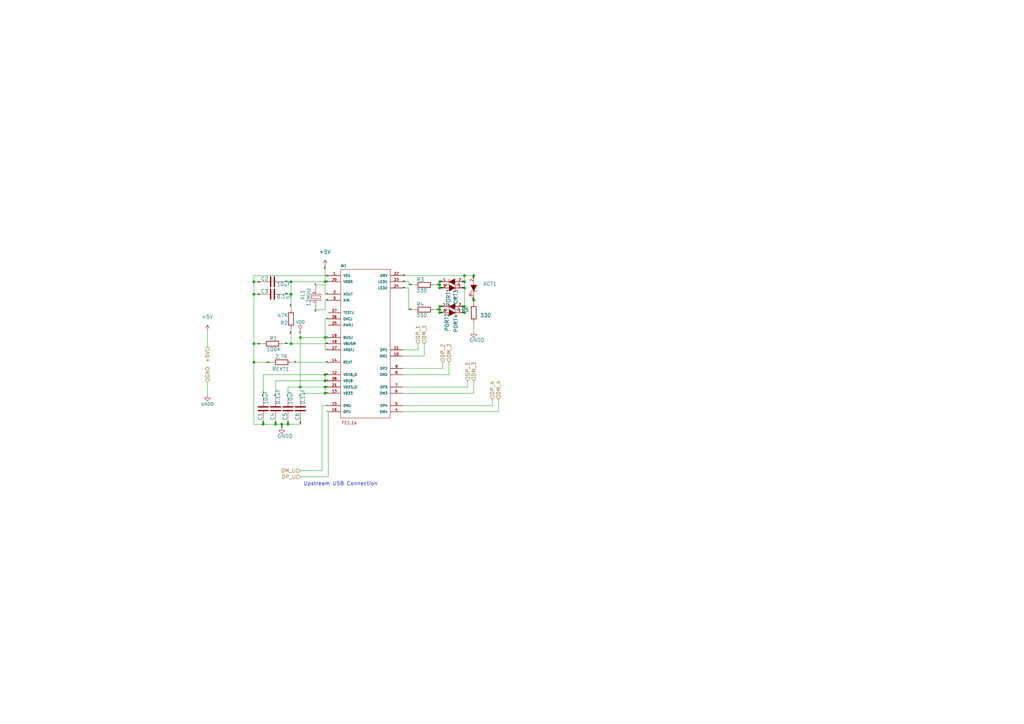
<source format=kicad_sch>
(kicad_sch (version 20230121) (generator eeschema)
  (paper "A3")
  (title_block (title "RH025.1.sch") (date "24 SEP 2016"))
  (lib_symbols
    (symbol "VESC_Card_Backplane-rescue:+5V" (power) (pin_names (offset 0))
      (property "Value" "+5V" (at 0 3.556 0))
      (symbol "+5V_0_1"
        (polyline (pts (xy -0.762 1.27) (xy 0 2.54)))
        (polyline (pts (xy 0 0) (xy 0 2.54)))
        (polyline (pts (xy 0 2.54) (xy 0.762 1.27)))
      )
      (symbol "+5V_1_1"
        (pin power_in line (at 0 0 90) (length 0) hide (name "+5V") (number "1"))
      )
    )
    (symbol "VESC_Card_Backplane-rescue:C" (pin_numbers hide) (pin_names (offset 0.254))
      (property "Reference" "C" (at 0.635 2.54 0))
      (property "Value" "C" (at 0.635 -2.54 0))
      (symbol "C_0_1"
        (polyline (pts (xy -2.032 -0.762) (xy 2.032 -0.762)) (stroke (width 0.508)))
        (polyline (pts (xy -2.032 0.762) (xy 2.032 0.762)) (stroke (width 0.508)))
      )
      (symbol "C_1_1"
        (pin passive line (at 0 3.81 270) (length 2.794) (name "~") (number "1"))
        (pin passive line (at 0 -3.81 90) (length 2.794) (name "~") (number "2"))
      )
    )
    (symbol "VESC_Card_Backplane-rescue:FE1.1S" (pin_names (offset 1.016))
      (property "Reference" "M" (at -10.16 31.242 0))
      (symbol "FE1.1S_1_0"
        (polyline (pts (xy -10.16 -30.48) (xy -10.16 30.48)))
        (polyline (pts (xy -10.16 30.48) (xy 10.16 30.48)))
        (polyline (pts (xy 10.16 -30.48) (xy -10.16 -30.48)))
        (polyline (pts (xy 10.16 30.48) (xy 10.16 -30.48)))
        (text "FE1.1s" (at -6.6548 -32.4104 0) (effects (font (size 1.2192 1.2192))))
      )
      (symbol "FE1.1S_1_1"
        (pin bidirectional line (at -15.24 27.94 0) (length 5.08) (name "VSS") (number "1"))
        (pin bidirectional line (at 15.24 -5.08 180) (length 5.08) (name "DM1") (number "10"))
        (pin bidirectional line (at 15.24 -2.54 180) (length 5.08) (name "DP1") (number "11"))
        (pin bidirectional line (at -15.24 -12.7 0) (length 5.08) (name "VD18_O") (number "12"))
        (pin bidirectional line (at -15.24 -20.32 0) (length 5.08) (name "VD33") (number "13"))
        (pin bidirectional line (at -15.24 -7.62 0) (length 5.08) (name "REXT") (number "14"))
        (pin bidirectional line (at -15.24 -25.4 0) (length 5.08) (name "DMU") (number "15"))
        (pin bidirectional line (at -15.24 -27.94 0) (length 5.08) (name "DPU") (number "16"))
        (pin bidirectional line (at -15.24 -2.54 0) (length 5.08) (name "XRSTJ") (number "17"))
        (pin bidirectional line (at -15.24 0 0) (length 5.08) (name "VBUSM") (number "18"))
        (pin bidirectional line (at -15.24 2.54 0) (length 5.08) (name "BUSJ") (number "19"))
        (pin bidirectional line (at -15.24 20.32 0) (length 5.08) (name "XOUT") (number "2"))
        (pin bidirectional line (at -15.24 25.4 0) (length 5.08) (name "VDD5") (number "20"))
        (pin bidirectional line (at -15.24 -17.78 0) (length 5.08) (name "VD33_O") (number "21"))
        (pin bidirectional line (at 15.24 27.94 180) (length 5.08) (name "DRV") (number "22"))
        (pin bidirectional line (at 15.24 25.4 180) (length 5.08) (name "LED1") (number "23"))
        (pin bidirectional line (at 15.24 22.86 180) (length 5.08) (name "LED2") (number "24"))
        (pin bidirectional line (at -15.24 7.62 0) (length 5.08) (name "PWRJ") (number "25"))
        (pin bidirectional line (at -15.24 10.16 0) (length 5.08) (name "OVCJ") (number "26"))
        (pin bidirectional line (at -15.24 12.7 0) (length 5.08) (name "TESTJ") (number "27"))
        (pin bidirectional line (at -15.24 -15.24 0) (length 5.08) (name "VD18") (number "28"))
        (pin bidirectional line (at -15.24 17.78 0) (length 5.08) (name "XIN") (number "3"))
        (pin bidirectional line (at 15.24 -27.94 180) (length 5.08) (name "DM4") (number "4"))
        (pin bidirectional line (at 15.24 -25.4 180) (length 5.08) (name "DP4") (number "5"))
        (pin bidirectional line (at 15.24 -20.32 180) (length 5.08) (name "DM3") (number "6"))
        (pin bidirectional line (at 15.24 -17.78 180) (length 5.08) (name "DP3") (number "7"))
        (pin bidirectional line (at 15.24 -12.7 180) (length 5.08) (name "DM2") (number "8"))
        (pin bidirectional line (at 15.24 -10.16 180) (length 5.08) (name "DP2") (number "9"))
      )
    )
    (symbol "VESC_Card_Backplane-rescue:GNDD" (power) (pin_names (offset 0))
      (property "Value" "GNDD" (at 0 -3.81 0))
      (symbol "GNDD_0_1"
        (polyline (pts (xy 0 0) (xy 0 -1.27) (xy 1.27 -1.27) (xy 0 -2.54) (xy -1.27 -1.27) (xy 0 -1.27)))
      )
      (symbol "GNDD_1_1"
        (pin power_in line (at 0 0 270) (length 0) hide (name "GNDD") (number "1"))
      )
    )
    (symbol "VESC_Card_Backplane-rescue:LED" (pin_names (offset 1.016) hide)
      (property "Reference" "D" (at 0 2.54 0))
      (property "Value" "LED" (at 0 -2.54 0))
      (symbol "LED_0_1"
        (polyline (pts (xy -1.27 1.27) (xy -1.27 -1.27)))
        (polyline (pts (xy -2.032 -0.635) (xy -3.175 -1.651) (xy -3.048 -1.016)))
        (polyline (pts (xy -1.651 -1.016) (xy -2.794 -2.032) (xy -2.667 -1.397)))
        (polyline (pts (xy 1.27 1.27) (xy -1.27 0) (xy 1.27 -1.27)) (fill (type outline)))
      )
      (symbol "LED_1_1"
        (pin passive line (at -5.08 0 0) (length 3.81) (name "K") (number "1"))
        (pin passive line (at 5.08 0 180) (length 3.81) (name "A") (number "2"))
      )
    )
    (symbol "VESC_Card_Backplane-rescue:R" (pin_numbers hide) (pin_names (offset 0))
      (property "Reference" "R" (at 2.032 0 90))
      (property "Value" "R" (at 0 0 90))
      (symbol "R_0_1"
        (rectangle (start -1.016 -2.54) (end 1.016 2.54) (stroke (width 0.254)))
      )
      (symbol "R_1_1"
        (pin passive line (at 0 3.81 270) (length 1.27) (name "~") (number "1"))
        (pin passive line (at 0 -3.81 90) (length 1.27) (name "~") (number "2"))
      )
    )
    (symbol "VESC_Card_Backplane-rescue:VDD" (power) (pin_names (offset 0))
      (property "Value" "VDD" (at 0 3.81 0))
      (symbol "VDD_0_1"
        (polyline (pts (xy 0 0) (xy 0 1.27)))
        (circle (center 0 1.905) (radius 0.635))
      )
      (symbol "VDD_1_1"
        (pin power_in line (at 0 0 90) (length 0) hide (name "VDD") (number "1"))
      )
    )
    (symbol "VESC_Card_Backplane-rescue:XTAL_1" (pin_numbers hide) (pin_names (offset 1.016) hide)
      (property "Reference" "X" (at -5.588 0.381 0))
      (property "Value" "XTAL_1" (at 0 3.81 0))
      (symbol "XTAL_1_1_0"
        (polyline (pts (xy -2.54 0) (xy -1.27 0)))
        (polyline (pts (xy -1.27 0) (xy -1.27 -2.54)))
        (polyline (pts (xy -1.27 2.54) (xy -1.27 0)))
        (polyline (pts (xy -0.635 -1.905) (xy 0.635 -1.905)))
        (polyline (pts (xy -0.635 1.905) (xy -0.635 -1.905)))
        (polyline (pts (xy 0.635 -1.905) (xy 0.635 1.905)))
        (polyline (pts (xy 0.635 1.905) (xy -0.635 1.905)))
        (polyline (pts (xy 1.27 0) (xy 1.27 -2.54)))
        (polyline (pts (xy 1.27 0) (xy 2.54 0)))
        (polyline (pts (xy 1.27 2.54) (xy 1.27 0)))
        (text "1" (at -1.8288 -0.7874 0) (effects (font (size 0.6858 0.6858))))
        (text "2" (at 1.8542 -0.7874 0) (effects (font (size 0.6858 0.6858))))
      )
      (symbol "XTAL_1_1_1"
        (pin passive line (at -5.08 0 0) (length 2.54) (name "1") (number "1"))
        (pin passive line (at 5.08 0 180) (length 2.54) (name "2") (number "2"))
      )
    )
  )
  (junction (at 107.95 173.99))
  (junction (at 115.57 173.99))
  (junction (at 133.35 153.67))
  (junction (at 190.5 125.73))
  (junction (at 123.19 158.75))
  (junction (at 190.5 128.27))
  (junction (at 180.34 127))
  (junction (at 133.35 138.43))
  (junction (at 180.34 118.11))
  (junction (at 133.35 156.21))
  (junction (at 104.14 140.97))
  (junction (at 180.34 128.27))
  (junction (at 104.14 120.65))
  (junction (at 133.35 115.57))
  (junction (at 133.35 161.29))
  (junction (at 118.11 173.99))
  (junction (at 194.31 123.19))
  (junction (at 119.38 140.97))
  (junction (at 180.34 115.57))
  (junction (at 119.38 120.65))
  (junction (at 180.34 116.84))
  (junction (at 190.5 118.11))
  (junction (at 113.03 173.99))
  (junction (at 194.31 113.03))
  (junction (at 190.5 113.03))
  (junction (at 119.38 115.57))
  (junction (at 133.35 158.75))
  (junction (at 104.14 115.57))
  (junction (at 104.14 148.59))
  (junction (at 123.19 138.43))
  (junction (at 190.5 115.57))
  (junction (at 180.34 125.73))
  (wire (pts (xy 180.34 127) (xy 180.34 128.27)))
  (wire (pts (xy 123.19 173.99) (xy 123.19 171.45)))
  (wire (pts (xy 107.95 173.99) (xy 113.03 173.99)))
  (wire (pts (xy 165.1 146.05) (xy 173.99 146.05)))
  (wire (pts (xy 115.57 120.65) (xy 119.38 120.65)))
  (wire (pts (xy 119.38 134.62) (xy 119.38 140.97)))
  (wire (pts (xy 167.64 116.84) (xy 170.18 116.84)))
  (wire (pts (xy 180.34 115.57) (xy 181.61 115.57)))
  (wire (pts (xy 118.11 158.75) (xy 118.11 163.83)))
  (wire (pts (xy 132.08 193.04) (xy 132.08 166.37)))
  (wire (pts (xy 177.8 127) (xy 180.34 127)))
  (wire (pts (xy 104.14 115.57) (xy 104.14 120.65)))
  (wire (pts (xy 134.62 195.58) (xy 123.19 195.58)))
  (wire (pts (xy 107.95 171.45) (xy 107.95 173.99)))
  (wire (pts (xy 133.35 153.67) (xy 134.62 153.67)))
  (wire (pts (xy 118.11 171.45) (xy 118.11 173.99)))
  (wire (pts (xy 113.03 156.21) (xy 113.03 163.83)))
  (wire (pts (xy 119.38 148.59) (xy 134.62 148.59)))
  (wire (pts (xy 133.35 156.21) (xy 133.35 153.67)))
  (wire (pts (xy 115.57 115.57) (xy 119.38 115.57)))
  (wire (pts (xy 173.99 146.05) (xy 173.99 140.97)))
  (wire (pts (xy 133.35 156.21) (xy 134.62 156.21)))
  (wire (pts (xy 123.19 161.29) (xy 133.35 161.29)))
  (wire (pts (xy 119.38 115.57) (xy 133.35 115.57)))
  (wire (pts (xy 123.19 158.75) (xy 133.35 158.75)))
  (wire (pts (xy 115.57 173.99) (xy 118.11 173.99)))
  (wire (pts (xy 194.31 161.29) (xy 194.31 156.21)))
  (wire (pts (xy 133.35 115.57) (xy 134.62 115.57)))
  (wire (pts (xy 107.95 153.67) (xy 107.95 163.83)))
  (wire (pts (xy 190.5 115.57) (xy 190.5 118.11)))
  (wire (pts (xy 118.11 173.99) (xy 123.19 173.99)))
  (wire (pts (xy 133.35 123.19) (xy 133.35 127)))
  (wire (pts (xy 104.14 148.59) (xy 111.76 148.59)))
  (wire (pts (xy 194.31 113.03) (xy 194.31 114.3)))
  (wire (pts (xy 165.1 158.75) (xy 191.77 158.75)))
  (wire (pts (xy 123.19 193.04) (xy 132.08 193.04)))
  (wire (pts (xy 119.38 120.65) (xy 119.38 127)))
  (wire (pts (xy 190.5 113.03) (xy 194.31 113.03)))
  (wire (pts (xy 133.35 138.43) (xy 133.35 143.51)))
  (wire (pts (xy 133.35 138.43) (xy 134.62 138.43)))
  (wire (pts (xy 165.1 151.13) (xy 181.61 151.13)))
  (wire (pts (xy 107.95 153.67) (xy 133.35 153.67)))
  (wire (pts (xy 118.11 158.75) (xy 123.19 158.75)))
  (wire (pts (xy 165.1 143.51) (xy 171.45 143.51)))
  (wire (pts (xy 133.35 130.81) (xy 133.35 138.43)))
  (wire (pts (xy 132.08 166.37) (xy 134.62 166.37)))
  (wire (pts (xy 134.62 130.81) (xy 133.35 130.81)))
  (wire (pts (xy 167.64 118.11) (xy 167.64 127)))
  (wire (pts (xy 204.47 168.91) (xy 204.47 163.83)))
  (wire (pts (xy 129.54 116.84) (xy 133.35 116.84)))
  (wire (pts (xy 165.1 166.37) (xy 201.93 166.37)))
  (wire (pts (xy 115.57 173.99) (xy 115.57 175.26)))
  (wire (pts (xy 104.14 113.03) (xy 104.14 115.57)))
  (wire (pts (xy 119.38 140.97) (xy 134.62 140.97)))
  (wire (pts (xy 85.09 142.24) (xy 85.09 135.89)))
  (wire (pts (xy 113.03 156.21) (xy 133.35 156.21)))
  (wire (pts (xy 201.93 166.37) (xy 201.93 163.83)))
  (wire (pts (xy 190.5 125.73) (xy 189.23 125.73)))
  (wire (pts (xy 165.1 168.91) (xy 204.47 168.91)))
  (wire (pts (xy 165.1 153.67) (xy 184.15 153.67)))
  (wire (pts (xy 85.09 156.845) (xy 85.09 161.925)))
  (wire (pts (xy 133.35 120.65) (xy 134.62 120.65)))
  (wire (pts (xy 123.19 161.29) (xy 123.19 163.83)))
  (wire (pts (xy 133.35 143.51) (xy 134.62 143.51)))
  (wire (pts (xy 133.35 116.84) (xy 133.35 120.65)))
  (wire (pts (xy 119.38 115.57) (xy 119.38 120.65)))
  (wire (pts (xy 123.19 138.43) (xy 123.19 158.75)))
  (wire (pts (xy 171.45 143.51) (xy 171.45 140.97)))
  (wire (pts (xy 104.14 120.65) (xy 107.95 120.65)))
  (wire (pts (xy 123.19 138.43) (xy 133.35 138.43)))
  (wire (pts (xy 104.14 173.99) (xy 107.95 173.99)))
  (wire (pts (xy 133.35 161.29) (xy 134.62 161.29)))
  (wire (pts (xy 133.35 115.57) (xy 133.35 109.22)))
  (wire (pts (xy 184.15 153.67) (xy 184.15 148.59)))
  (wire (pts (xy 181.61 151.13) (xy 181.61 148.59)))
  (wire (pts (xy 167.64 115.57) (xy 167.64 116.84)))
  (wire (pts (xy 165.1 113.03) (xy 190.5 113.03)))
  (wire (pts (xy 104.14 120.65) (xy 104.14 140.97)))
  (wire (pts (xy 194.31 121.92) (xy 194.31 123.19)))
  (wire (pts (xy 104.14 113.03) (xy 134.62 113.03)))
  (wire (pts (xy 104.14 140.97) (xy 104.14 148.59)))
  (wire (pts (xy 180.34 116.84) (xy 180.34 118.11)))
  (wire (pts (xy 113.03 173.99) (xy 115.57 173.99)))
  (wire (pts (xy 167.64 127) (xy 170.18 127)))
  (wire (pts (xy 104.14 148.59) (xy 104.14 173.99)))
  (wire (pts (xy 190.5 128.27) (xy 189.23 128.27)))
  (wire (pts (xy 189.23 115.57) (xy 190.5 115.57)))
  (wire (pts (xy 190.5 113.03) (xy 190.5 115.57)))
  (wire (pts (xy 104.14 115.57) (xy 107.95 115.57)))
  (wire (pts (xy 177.8 116.84) (xy 180.34 116.84)))
  (wire (pts (xy 133.35 158.75) (xy 134.62 158.75)))
  (wire (pts (xy 190.5 118.11) (xy 190.5 125.73)))
  (wire (pts (xy 165.1 115.57) (xy 167.64 115.57)))
  (wire (pts (xy 180.34 115.57) (xy 180.34 116.84)))
  (wire (pts (xy 165.1 161.29) (xy 194.31 161.29)))
  (wire (pts (xy 180.34 125.73) (xy 181.61 125.73)))
  (wire (pts (xy 115.57 140.97) (xy 119.38 140.97)))
  (wire (pts (xy 180.34 128.27) (xy 181.61 128.27)))
  (wire (pts (xy 190.5 125.73) (xy 190.5 128.27)))
  (wire (pts (xy 194.31 123.19) (xy 194.31 124.46)))
  (wire (pts (xy 113.03 171.45) (xy 113.03 173.99)))
  (wire (pts (xy 180.34 118.11) (xy 181.61 118.11)))
  (wire (pts (xy 104.14 140.97) (xy 107.95 140.97)))
  (wire (pts (xy 123.19 135.89) (xy 123.19 138.43)))
  (wire (pts (xy 180.34 125.73) (xy 180.34 127)))
  (wire (pts (xy 191.77 158.75) (xy 191.77 156.21)))
  (wire (pts (xy 189.23 118.11) (xy 190.5 118.11)))
  (wire (pts (xy 133.35 161.29) (xy 133.35 158.75)))
  (wire (pts (xy 165.1 118.11) (xy 167.64 118.11)))
  (wire (pts (xy 134.62 123.19) (xy 133.35 123.19)))
  (wire (pts (xy 134.62 168.91) (xy 134.62 195.58)))
  (wire (pts (xy 133.35 127) (xy 129.54 127)))
  (wire (pts (xy 194.31 132.08) (xy 194.31 135.89)))
  (text "Upstream USB Connection" (at 124.46 199.39 0) (effects (font (size 1.524 1.524)) (justify left bottom)))
  (label "N$25" (at 194.31 114.3 90) (effects (font (size 0.254 0.254))))
  (label "3V3" (at 134.62 143.51 180) (effects (font (size 0.254 0.254))))
  (label "N$20" (at 181.61 118.11 180) (effects (font (size 0.254 0.254))))
  (label "N$6" (at 179.07 127 0) (effects (font (size 0.254 0.254))))
  (label "N$22" (at 194.31 123.19 90) (effects (font (size 0.254 0.254))))
  (label "3V3" (at 134.62 130.81 180) (effects (font (size 0.254 0.254))))
  (label "N$1" (at 134.62 148.59 180) (effects (font (size 0.254 0.254))))
  (label "N$20" (at 179.07 116.84 0) (effects (font (size 0.254 0.254))))
  (label "N$25" (at 189.23 118.11 0) (effects (font (size 0.254 0.254))))
  (label "N$20" (at 181.61 115.57 180) (effects (font (size 0.254 0.254))))
  (label "3V3" (at 123.19 135.89 270) (effects (font (size 0.254 0.254))))
  (label "N$13" (at 134.62 140.97 180) (effects (font (size 0.254 0.254))))
  (label "N$7" (at 134.62 120.65 180) (effects (font (size 0.254 0.254))))
  (label "VBUS" (at 116.84 120.65 0) (effects (font (size 0.254 0.254))))
  (label "N$25" (at 189.23 125.73 0) (effects (font (size 0.254 0.254))))
  (label "VBUS" (at 133.35 109.22 270) (effects (font (size 0.254 0.254))))
  (label "3V3" (at 134.62 158.75 180) (effects (font (size 0.254 0.254))))
  (label "3V3" (at 134.62 138.43 180) (effects (font (size 0.254 0.254))))
  (label "N$24" (at 165.1 118.11 0) (effects (font (size 0.254 0.254))))
  (label "N$13" (at 119.38 135.89 270) (effects (font (size 0.254 0.254))))
  (label "VBUS" (at 116.84 115.57 0) (effects (font (size 0.254 0.254))))
  (label "N$9" (at 134.62 123.19 180) (effects (font (size 0.254 0.254))))
  (label "N$25" (at 189.23 115.57 0) (effects (font (size 0.254 0.254))))
  (label "3V3" (at 118.11 162.56 90) (effects (font (size 0.254 0.254))))
  (label "N$8" (at 134.62 153.67 180) (effects (font (size 0.254 0.254))))
  (label "VBUS" (at 119.38 125.73 90) (effects (font (size 0.254 0.254))))
  (label "N$7" (at 129.54 116.84 90) (effects (font (size 0.254 0.254))))
  (label "D-" (at 134.62 166.37 180) (effects (font (size 0.254 0.254))))
  (label "N$1" (at 120.65 148.59 0) (effects (font (size 0.254 0.254))))
  (label "N$25" (at 165.1 113.03 0) (effects (font (size 0.254 0.254))))
  (label "N$9" (at 129.54 127 270) (effects (font (size 0.254 0.254))))
  (label "VBUS" (at 134.62 115.57 180) (effects (font (size 0.254 0.254))))
  (label "N$8" (at 107.95 162.56 90) (effects (font (size 0.254 0.254))))
  (label "D+" (at 134.62 168.91 180) (effects (font (size 0.254 0.254))))
  (label "3V3" (at 123.19 162.56 90) (effects (font (size 0.254 0.254))))
  (label "N$8" (at 113.03 162.56 90) (effects (font (size 0.254 0.254))))
  (label "N$13" (at 116.84 140.97 0) (effects (font (size 0.254 0.254))))
  (label "N$8" (at 134.62 156.21 180) (effects (font (size 0.254 0.254))))
  (label "N$25" (at 189.23 128.27 0) (effects (font (size 0.254 0.254))))
  (label "N$6" (at 181.61 128.27 180) (effects (font (size 0.254 0.254))))
  (label "N$22" (at 194.31 121.92 270) (effects (font (size 0.254 0.254))))
  (label "N$23" (at 168.91 116.84 180) (effects (font (size 0.254 0.254))))
  (label "N$6" (at 181.61 125.73 180) (effects (font (size 0.254 0.254))))
  (label "N$23" (at 165.1 115.57 0) (effects (font (size 0.254 0.254))))
  (label "3V3" (at 134.62 161.29 180) (effects (font (size 0.254 0.254))))
  (label "N$24" (at 168.91 127 180) (effects (font (size 0.254 0.254))))
  (global_label "GND" (shape passive) (at 134.62 113.03 180) (effects (font (size 0.254 0.254))) (property "Intersheetrefs" "${INTERSHEET_REFS}" (effects hide)))
  (global_label "GND" (shape passive) (at 115.57 175.26 90) (effects (font (size 0.254 0.254))) (property "Intersheetrefs" "${INTERSHEET_REFS}" (effects hide)))
  (global_label "GND" (shape passive) (at 113.03 172.72 270) (effects (font (size 0.254 0.254))) (property "Intersheetrefs" "${INTERSHEET_REFS}" (effects hide)))
  (global_label "GND" (shape passive) (at 106.68 115.57 180) (effects (font (size 0.254 0.254))) (property "Intersheetrefs" "${INTERSHEET_REFS}" (effects hide)))
  (global_label "GND" (shape passive) (at 123.19 172.72 270) (effects (font (size 0.254 0.254))) (property "Intersheetrefs" "${INTERSHEET_REFS}" (effects hide)))
  (global_label "GND" (shape passive) (at 106.68 120.65 180) (effects (font (size 0.254 0.254))) (property "Intersheetrefs" "${INTERSHEET_REFS}" (effects hide)))
  (global_label "GND" (shape passive) (at 106.68 140.97 180) (effects (font (size 0.254 0.254))) (property "Intersheetrefs" "${INTERSHEET_REFS}" (effects hide)))
  (global_label "GND" (shape passive) (at 118.11 172.72 270) (effects (font (size 0.254 0.254))) (property "Intersheetrefs" "${INTERSHEET_REFS}" (effects hide)))
  (global_label "GND" (shape passive) (at 110.49 148.59 180) (effects (font (size 0.254 0.254))) (property "Intersheetrefs" "${INTERSHEET_REFS}" (effects hide)))
  (global_label "GND" (shape passive) (at 107.95 172.72 270) (effects (font (size 0.254 0.254))) (property "Intersheetrefs" "${INTERSHEET_REFS}" (effects hide)))
  (hierarchical_label "DM_2" (shape input) (at 184.15 148.59 90) (effects (font (size 1.524 1.524))))
  (hierarchical_label "DP_U" (shape input) (at 123.19 195.58 180) (effects (font (size 1.524 1.524))))
  (hierarchical_label "DM_1" (shape input) (at 173.99 140.97 90) (effects (font (size 1.524 1.524))))
  (hierarchical_label "DP_3" (shape input) (at 191.77 156.21 90) (effects (font (size 1.524 1.524))))
  (hierarchical_label "GND" (shape input) (at 85.09 156.845 90) (effects (font (size 1.524 1.524))))
  (hierarchical_label "DM_U" (shape input) (at 123.19 193.04 180) (effects (font (size 1.524 1.524))))
  (hierarchical_label "+5V" (shape input) (at 85.09 142.24 270) (effects (font (size 1.524 1.524))))
  (hierarchical_label "DM_3" (shape input) (at 194.31 156.21 90) (effects (font (size 1.524 1.524))))
  (hierarchical_label "DP_1" (shape input) (at 171.45 140.97 90) (effects (font (size 1.524 1.524))))
  (hierarchical_label "DM_4" (shape input) (at 204.47 163.83 90) (effects (font (size 1.524 1.524))))
  (hierarchical_label "DP_4" (shape input) (at 201.93 163.83 90) (effects (font (size 1.524 1.524))))
  (hierarchical_label "DP_2" (shape input) (at 181.61 148.59 90) (effects (font (size 1.524 1.524))))
  (symbol (lib_id "VESC_Card_Backplane-rescue:LED") (at 194.31 118.11 270) (mirror x) (unit 1)
    (property "Reference" "ACT1" (at 198.12 115.57 90) (effects (font (size 1.524 1.524)) (justify left bottom)))
    (property "Footprint" "LEDs:LED_0805" (effects hide))
  )
  (symbol (lib_id "VESC_Card_Backplane-rescue:C") (at 123.19 167.64 0) (unit 1)
    (property "Reference" "C6" (at 122.809 172.466 90) (effects (font (size 1.524 1.524)) (justify left bottom)))
    (property "Value" "0.1uF" (at 125.095 165.989 90) (effects (font (size 1.524 1.524)) (justify left bottom)))
    (property "Footprint" "Capacitors_SMD:C_0805" (effects hide))
  )
  (symbol (lib_id "VESC_Card_Backplane-rescue:C") (at 118.11 167.64 0) (unit 1)
    (property "Reference" "C5" (at 117.729 172.466 90) (effects (font (size 1.524 1.524)) (justify left bottom)))
    (property "Value" "10uF" (at 120.015 165.989 90) (effects (font (size 1.524 1.524)) (justify left bottom)))
    (property "Footprint" "Capacitors_SMD:C_0805" (effects hide))
  )
  (symbol (lib_id "VESC_Card_Backplane-rescue:C") (at 113.03 167.64 0) (unit 1)
    (property "Reference" "C4" (at 112.649 172.466 90) (effects (font (size 1.524 1.524)) (justify left bottom)))
    (property "Value" "0.1uF" (at 114.935 165.989 90) (effects (font (size 1.524 1.524)) (justify left bottom)))
    (property "Footprint" "Capacitors_SMD:C_0805" (effects hide))
  )
  (symbol (lib_id "VESC_Card_Backplane-rescue:C") (at 107.95 167.64 0) (unit 1)
    (property "Reference" "C1" (at 107.569 172.466 90) (effects (font (size 1.524 1.524)) (justify left bottom)))
    (property "Value" "10uF" (at 109.855 165.989 90) (effects (font (size 1.524 1.524)) (justify left bottom)))
    (property "Footprint" "Capacitors_SMD:C_0805" (effects hide))
  )
  (symbol (lib_id "VESC_Card_Backplane-rescue:C") (at 111.76 115.57 270) (unit 1)
    (property "Reference" "C2" (at 106.934 115.2144 90) (effects (font (size 1.524 1.524)) (justify left bottom)))
    (property "Value" "10uF" (at 113.411 117.4496 90) (effects (font (size 1.524 1.524)) (justify left bottom)))
    (property "Footprint" "Capacitors_SMD:C_0805" (effects hide))
  )
  (symbol (lib_id "VESC_Card_Backplane-rescue:C") (at 111.76 120.65 270) (unit 1)
    (property "Reference" "C3" (at 106.934 120.2944 90) (effects (font (size 1.524 1.524)) (justify left bottom)))
    (property "Value" "0.1uF" (at 113.411 122.5296 90) (effects (font (size 1.524 1.524)) (justify left bottom)))
    (property "Footprint" "Capacitors_SMD:C_0805" (effects hide))
  )
  (symbol (lib_id "VESC_Card_Backplane-rescue:GNDD") (at 115.57 175.26 0) (unit 1)
    (property "Reference" "#GND01" (effects hide))
    (property "Value" "GNDD" (at 113.665 179.705 0) (effects (font (size 1.524 1.524)) (justify left bottom)))
  )
  (symbol (lib_id "VESC_Card_Backplane-rescue:GNDD") (at 194.31 135.89 0) (unit 1)
    (property "Reference" "#GND02" (effects hide))
    (property "Value" "GNDD" (at 192.405 140.335 0) (effects (font (size 1.524 1.524)) (justify left bottom)))
  )
  (symbol (lib_id "VESC_Card_Backplane-rescue:LED") (at 185.42 115.57 0) (unit 1)
    (property "Reference" "PORT1" (at 184.8104 125.73 90) (effects (font (size 1.524 1.524)) (justify left bottom)))
    (property "Value" "~" (at 187.325 123.19 90) (effects (font (size 1.524 1.524)) (justify left bottom)))
    (property "Footprint" "LEDs:LED_0805" (effects hide))
  )
  (symbol (lib_id "VESC_Card_Backplane-rescue:LED") (at 185.42 125.73 0) (unit 1)
    (property "Reference" "PORT2" (at 184.1754 135.89 90) (effects (font (size 1.524 1.524)) (justify left bottom)))
    (property "Value" "~" (at 187.325 133.35 90) (effects (font (size 1.524 1.524)) (justify left bottom)))
    (property "Footprint" "LEDs:LED_0805" (effects hide))
  )
  (symbol (lib_id "VESC_Card_Backplane-rescue:LED") (at 185.42 118.11 180) (unit 1)
    (property "Reference" "PORT3" (at 186.055 118.745 90) (effects (font (size 1.524 1.524)) (justify left bottom)))
    (property "Footprint" "LEDs:LED_0805" (effects hide))
  )
  (symbol (lib_id "VESC_Card_Backplane-rescue:LED") (at 185.42 128.27 180) (unit 1)
    (property "Reference" "PORT4" (at 186.055 128.905 90) (effects (font (size 1.524 1.524)) (justify left bottom)))
    (property "Footprint" "LEDs:LED_0805" (effects hide))
  )
  (symbol (lib_id "VESC_Card_Backplane-rescue:R") (at 111.76 140.97 270) (unit 1)
    (property "Reference" "R1" (at 110.49 139.7 90) (effects (font (size 1.524 1.524)) (justify left bottom)))
    (property "Value" "100K" (at 109.22 144.145 90) (effects (font (size 1.524 1.524)) (justify left bottom)))
    (property "Footprint" "Resistors_SMD:R_0805" (effects hide))
  )
  (symbol (lib_id "VESC_Card_Backplane-rescue:R") (at 119.38 130.81 0) (unit 1)
    (property "Reference" "R2" (at 114.935 133.35 0) (effects (font (size 1.524 1.524)) (justify left bottom)))
    (property "Value" "47K" (at 113.665 130.175 0) (effects (font (size 1.524 1.524)) (justify left bottom)))
    (property "Footprint" "Resistors_SMD:R_0805" (effects hide))
  )
  (symbol (lib_id "VESC_Card_Backplane-rescue:R") (at 173.99 116.84 90) (mirror x) (unit 1)
    (property "Reference" "R3" (at 173.99 115.57 90) (effects (font (size 1.524 1.524)) (justify left bottom)))
    (property "Value" "330" (at 175.26 120.015 90) (effects (font (size 1.524 1.524)) (justify left bottom)))
    (property "Footprint" "Resistors_SMD:R_0805" (effects hide))
  )
  (symbol (lib_id "VESC_Card_Backplane-rescue:R") (at 173.99 127 90) (mirror x) (unit 1)
    (property "Reference" "R4" (at 173.99 125.73 90) (effects (font (size 1.524 1.524)) (justify left bottom)))
    (property "Value" "330" (at 175.26 130.175 90) (effects (font (size 1.524 1.524)) (justify left bottom)))
    (property "Footprint" "Resistors_SMD:R_0805" (effects hide))
  )
  (symbol (lib_id "VESC_Card_Backplane-rescue:R") (at 194.31 128.27 0) (unit 1)
    (property "Reference" "R5" (at 189.103 128.016 0) (effects (font (size 1.524 1.524)) (justify left bottom)))
    (property "Value" "330" (at 196.85 130.175 0) (effects (font (size 1.524 1.524)) (justify left bottom)))
    (property "Footprint" "Resistors_SMD:R_0805" (effects hide))
  )
  (symbol (lib_id "VESC_Card_Backplane-rescue:R") (at 115.57 148.59 90) (unit 1)
    (property "Reference" "REXT1" (at 118.745 150.495 90) (effects (font (size 1.524 1.524)) (justify left bottom)))
    (property "Value" "2.7K" (at 118.11 145.415 90) (effects (font (size 1.524 1.524)) (justify left bottom)))
    (property "Footprint" "Resistors_SMD:R_0805" (effects hide))
  )
  (symbol (lib_id "VESC_Card_Backplane-rescue:+5V") (at 133.35 109.22 0) (unit 1)
    (property "Reference" "#U$03" (effects hide))
    (property "Value" "+5V" (at 130.81 104.14 0) (effects (font (size 1.524 1.524)) (justify left bottom)))
  )
  (symbol (lib_id "VESC_Card_Backplane-rescue:XTAL_1") (at 129.54 121.92 270) (mirror x) (unit 1)
    (property "Reference" "XL1" (at 123.19 123.19 0) (effects (font (size 1.524 1.524)) (justify left bottom)))
    (property "Value" "12MHz" (at 125.73 125.73 0) (effects (font (size 1.524 1.524)) (justify left bottom)))
    (property "Footprint" "USST-footprints:HC49UP_SMT_Crystal" (effects hide))
  )
  (symbol (lib_id "VESC_Card_Backplane-rescue:FE1.1S") (at 149.86 140.97 0) (unit 1)
    (property "Reference" "M1" (at 139.7 109.728 0) (effects (font (size 1.143 1.143)) (justify left bottom)))
    (property "Value" "FE1.1S" (effects hide))
    (property "Footprint" "USST-footprints:FE1.1S_SSOP-28" (effects hide))
  )
  (symbol (lib_id "VESC_Card_Backplane-rescue:VDD") (at 123.19 135.89 0) (unit 1)
    (property "Reference" "#PWR04" (effects hide))
    (property "Value" "VDD" (at 123.19 132.08 0))
  )
  (symbol (lib_id "VESC_Card_Backplane-rescue:GNDD") (at 85.09 161.925 0) (unit 1)
    (property "Reference" "#PWR05" (effects hide))
    (property "Value" "GNDD" (at 85.09 165.735 0))
  )
  (symbol (lib_id "VESC_Card_Backplane-rescue:+5V") (at 85.09 135.89 0) (unit 1)
    (property "Reference" "#U$06" (effects hide))
    (property "Value" "+5V" (at 82.55 130.81 0) (effects (font (size 1.524 1.524)) (justify left bottom)))
  )
)
</source>
